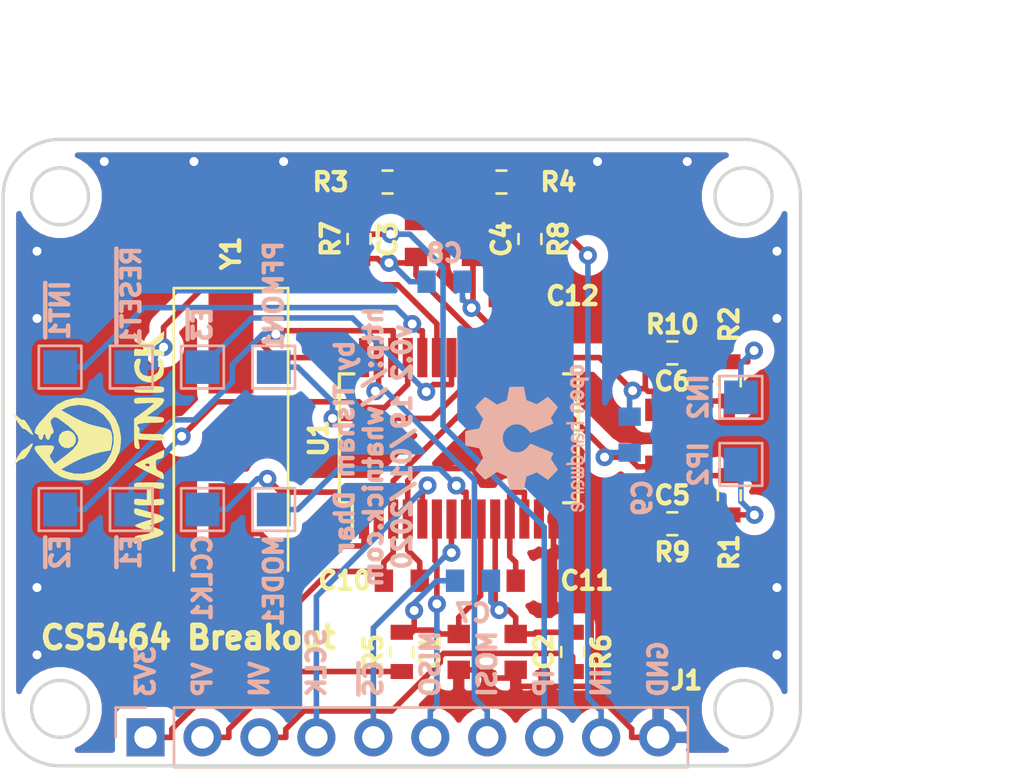
<source format=kicad_pcb>
(kicad_pcb (version 20171130) (host pcbnew "(5.1.5)-3")
  (layers (0 F.Cu signal) (31 B.Cu signal) (34 B.Paste user) (35 F.Paste user) (36 B.SilkS user) (37 F.SilkS user) (38 B.Mask user) (39 F.Mask user) (44 Edge.Cuts user))
  (net 0 "")
  (net 1 IIN2-)
  (net 2 IN2)
  (net 3 IP2)
  (net 4 IIN2+)
  (net 5 IN)
  (net 6 IP)
  (net 7 VIN-)
  (net 8 VN)
  (net 9 VP)
  (net 10 VIN+)
  (net 11 GND)
  (net 12 "Net-(U1-Pad1)")
  (net 13 "Net-(U1-Pad22)")
  (net 14 "Net-(U1-Pad24)")
  (net 15 "Net-(U1-Pad25)")
  (net 16 "Net-(U1-Pad26)")
  (net 17 "Net-(U1-Pad28)")
  (net 18 IIN1-)
  (net 19 IIN1+)
  (net 20 SCLK)
  (net 21 MISO)
  (net 22 ~CS)
  (net 23 VREF)
  (net 24 MOSI)
  (net 25 +3V3)
  (net 26 "Net-(PFMON1-Pad1)")
  (net 27 "Net-(U1-Pad23)")
  (net 28 "Net-(MODE1-Pad1)")
  (net 29 "Net-(CCLK1-Pad1)")
  (module TestPoint:TestPoint_Pad_1.5x1.5mm (layer B.Cu) (at 143.394 91.5169 90)
    (fp_text reference IN2 (at 0.016905 -1.8945 90) (layer B.SilkS) (effects (font (size 0.8 0.8) (thickness 0.2)) (justify mirror)))
    (fp_text value IN2)
    (pad 1 smd rect (at 0 0 90) (size 1.5 1.5) (layers B.Cu B.Mask) (net 2 IN2))
  )
  (module TestPoint:TestPoint_Pad_1.5x1.5mm (layer B.Cu) (at 143.394 94.5107 90)
    (fp_text reference IP2 (at 0.010715 -1.8945 90) (layer B.SilkS) (effects (font (size 0.8 0.8) (thickness 0.2)) (justify mirror)))
    (fp_text value IP2)
    (pad 1 smd rect (at 0 0 90) (size 1.5 1.5) (layers B.Cu B.Mask) (net 3 IP2))
  )
  (module TestPoint:TestPoint_Pad_1.5x1.5mm (layer B.Cu) (at 122.555 96.52)
    (fp_text reference MODE1 (at 0 3.175 90) (layer B.SilkS) (effects (font (size 0.8 0.8) (thickness 0.2)) (justify mirror)))
    (fp_text value MODE)
    (pad 1 smd rect (at 0 0) (size 1.5 1.5) (layers B.Cu B.Mask) (net 28 "Net-(MODE1-Pad1)"))
  )
  (module TestPoint:TestPoint_Pad_1.5x1.5mm (layer B.Cu) (at 119.38 96.52)
    (fp_text reference CCLK1 (at 0 3.048 90) (layer B.SilkS) (effects (font (size 0.8 0.8) (thickness 0.2)) (justify mirror)))
    (fp_text value CPUCLK)
    (pad 1 smd rect (at 0 0) (size 1.5 1.5) (layers B.Cu B.Mask) (net 29 "Net-(CCLK1-Pad1)"))
  )
  (module TestPoint:TestPoint_Pad_1.5x1.5mm (layer B.Cu) (at 116.205 96.52)
    (fp_text reference ~E1 (at 0 1.905 90) (layer B.SilkS) (effects (font (size 0.8 0.8) (thickness 0.2)) (justify mirror)))
    (fp_text value ~E1)
    (pad 1 smd rect (at 0 0) (size 1.5 1.5) (layers B.Cu B.Mask) (net 15 "Net-(U1-Pad25)"))
  )
  (module TestPoint:TestPoint_Pad_1.5x1.5mm (layer B.Cu) (at 113.03 96.52)
    (fp_text reference ~E2 (at 0 1.905 90) (layer B.SilkS) (effects (font (size 0.8 0.8) (thickness 0.2)) (justify mirror)))
    (fp_text value ~E2)
    (pad 1 smd rect (at 0 0) (size 1.5 1.5) (layers B.Cu B.Mask) (net 16 "Net-(U1-Pad26)"))
  )
  (module TestPoint:TestPoint_Pad_1.5x1.5mm (layer B.Cu) (at 119.38 90.17)
    (fp_text reference ~E3 (at 0 -1.905 90) (layer B.SilkS) (effects (font (size 0.8 0.8) (thickness 0.2)) (justify mirror)))
    (fp_text value ~E3)
    (pad 1 smd rect (at 0 0) (size 1.5 1.5) (layers B.Cu B.Mask) (net 13 "Net-(U1-Pad22)"))
  )
  (module TestPoint:TestPoint_Pad_1.5x1.5mm (layer B.Cu) (at 113.03 90.17)
    (fp_text reference ~INT1 (at 0 -2.54 90) (layer B.SilkS) (effects (font (size 0.8 0.8) (thickness 0.2)) (justify mirror)))
    (fp_text value ~INT)
    (pad 1 smd rect (at 0 0) (size 1.5 1.5) (layers B.Cu B.Mask) (net 14 "Net-(U1-Pad24)"))
  )
  (module TestPoint:TestPoint_Pad_1.5x1.5mm (layer B.Cu) (at 116.205 90.17)
    (fp_text reference ~RESET1 (at 0 -3.175 90) (layer B.SilkS) (effects (font (size 0.8 0.8) (thickness 0.2)) (justify mirror)))
    (fp_text value ~RESET)
    (pad 1 smd rect (at 0 0) (size 1.5 1.5) (layers B.Cu B.Mask) (net 27 "Net-(U1-Pad23)"))
  )
  (module TestPoint:TestPoint_Pad_1.5x1.5mm (layer B.Cu) (at 122.555 90.17)
    (fp_text reference PFMON1 (at 0 -3.175 90) (layer B.SilkS) (effects (font (size 0.8 0.8) (thickness 0.2)) (justify mirror)))
    (fp_text value PFMON)
    (pad 1 smd rect (at 0 0) (size 1.5 1.5) (layers B.Cu B.Mask) (net 26 "Net-(PFMON1-Pad1)"))
  )
  (module Symbol:OSHW-Logo2_7.3x6mm_SilkScreen (layer B.Cu) (at 133.858 93.345 270)
    (fp_text reference LOGO1 hide)
    (fp_text value Logo_Open_Hardware_Small hide)
  )
  (module Whatnick_logo:Whatnick_logo (layer F.Cu) (at 114.3 93.345 90)
    (fp_text reference G1 hide)
    (fp_text value LOGO hide)
  )
  (module Crystal:Crystal_SMD_HC49-SD (layer F.Cu) (at 120.65 93.345 270)
    (fp_text reference Y1 (at -8.255 0 270) (layer F.SilkS) (effects (font (size 0.8 0.8) (thickness 0.2))))
    (fp_text value 4.096MHz)
    (pad 1 smd rect (at -4.25 0 270) (size 4.5 2) (layers F.Cu F.Paste F.Mask) (net 17 "Net-(U1-Pad28)"))
    (pad 2 smd rect (at 4.25 0 270) (size 4.5 2) (layers F.Cu F.Paste F.Mask) (net 12 "Net-(U1-Pad1)"))
  )
  (module Capacitor_SMD:C_0603_1608Metric (layer F.Cu) (at 133.35 102.87 90)
    (fp_text reference C2 (at 0 1.27 90) (layer F.SilkS) (effects (font (size 0.8 0.8) (thickness 0.2))))
    (fp_text value 27nF)
    (pad 2 smd rect (at 0.8 0 90) (size 0.82 1) (layers F.Cu F.Paste F.Mask) (net 7 VIN-))
    (pad 1 smd rect (at -0.8 0 90) (size 0.82 1) (layers F.Cu F.Paste F.Mask) (net 11 GND))
  )
  (module Capacitor_SMD:C_0603_1608Metric (layer F.Cu) (at 128.905 84.455 90)
    (fp_text reference C3 (at 0 -1.27 90) (layer F.SilkS) (effects (font (size 0.8 0.8) (thickness 0.2))))
    (fp_text value 27nF)
    (pad 1 smd rect (at -0.8 0 90) (size 0.82 1) (layers F.Cu F.Paste F.Mask) (net 19 IIN1+))
    (pad 2 smd rect (at 0.8 0 90) (size 0.82 1) (layers F.Cu F.Paste F.Mask) (net 11 GND))
  )
  (module Capacitor_SMD:C_0603_1608Metric (layer F.Cu) (at 131.445 84.455 270)
    (fp_text reference C4 (at 0 -1.27 270) (layer F.SilkS) (effects (font (size 0.8 0.8) (thickness 0.2))))
    (fp_text value 27nF)
    (pad 2 smd rect (at 0.8 0 270) (size 0.82 1) (layers F.Cu F.Paste F.Mask) (net 18 IIN1-))
    (pad 1 smd rect (at -0.8 0 270) (size 0.82 1) (layers F.Cu F.Paste F.Mask) (net 11 GND))
  )
  (module Capacitor_SMD:C_0603_1608Metric (layer F.Cu) (at 140.335 94.615)
    (fp_text reference C5 (at 0 1.27) (layer F.SilkS) (effects (font (size 0.8 0.8) (thickness 0.2))))
    (fp_text value 27nF)
    (pad 1 smd rect (at -0.8 0) (size 0.82 1) (layers F.Cu F.Paste F.Mask) (net 4 IIN2+))
    (pad 2 smd rect (at 0.8 0) (size 0.82 1) (layers F.Cu F.Paste F.Mask) (net 11 GND))
  )
  (module Capacitor_SMD:C_0603_1608Metric (layer F.Cu) (at 140.335 92.075 180)
    (fp_text reference C6 (at 0 1.27 180) (layer F.SilkS) (effects (font (size 0.8 0.8) (thickness 0.2))))
    (fp_text value 27nF)
    (pad 2 smd rect (at 0.8 0 180) (size 0.82 1) (layers F.Cu F.Paste F.Mask) (net 1 IIN2-))
    (pad 1 smd rect (at -0.8 0 180) (size 0.82 1) (layers F.Cu F.Paste F.Mask) (net 11 GND))
  )
  (module Capacitor_SMD:C_0603_1608Metric (layer B.Cu) (at 131.445 99.695)
    (fp_text reference C7 (at 0 1.45) (layer B.SilkS) (effects (font (size 0.8 0.8) (thickness 0.2)) (justify mirror)))
    (fp_text value C_Small)
    (pad 1 smd rect (at -0.8 0) (size 0.82 1) (layers B.Cu B.Paste B.Mask) (net 10 VIN+))
    (pad 2 smd rect (at 0.8 0) (size 0.82 1) (layers B.Cu B.Paste B.Mask) (net 7 VIN-))
  )
  (module Capacitor_SMD:C_0603_1608Metric (layer B.Cu) (at 130.175 86.36)
    (fp_text reference C8 (at 0 -1.27) (layer B.SilkS) (effects (font (size 0.8 0.8) (thickness 0.2)) (justify mirror)))
    (fp_text value C_Small)
    (pad 2 smd rect (at 0.8 0) (size 0.82 1) (layers B.Cu B.Paste B.Mask) (net 18 IIN1-))
    (pad 1 smd rect (at -0.8 0) (size 0.82 1) (layers B.Cu B.Paste B.Mask) (net 19 IIN1+))
  )
  (module Capacitor_SMD:C_0603_1608Metric (layer B.Cu) (at 138.43 93.18 90)
    (fp_text reference C9 (at -2.82 0.57 90) (layer B.SilkS) (effects (font (size 0.8 0.8) (thickness 0.2)) (justify mirror)))
    (fp_text value C_Small)
    (pad 1 smd rect (at -0.8 0 90) (size 0.82 1) (layers B.Cu B.Paste B.Mask) (net 4 IIN2+))
    (pad 2 smd rect (at 0.8 0 90) (size 0.82 1) (layers B.Cu B.Paste B.Mask) (net 1 IIN2-))
  )
  (module Capacitor_SMD:C_0603_1608Metric (layer F.Cu) (at 128.27 99.695)
    (fp_text reference C10 (at -2.54 0) (layer F.SilkS) (effects (font (size 0.8 0.8) (thickness 0.2))))
    (fp_text value 100nF)
    (pad 2 smd rect (at 0.8 0) (size 0.82 1) (layers F.Cu F.Paste F.Mask) (net 11 GND))
    (pad 1 smd rect (at -0.8 0) (size 0.82 1) (layers F.Cu F.Paste F.Mask) (net 25 +3V3))
  )
  (module Capacitor_SMD:C_0603_1608Metric (layer F.Cu) (at 134.15 99.695 180)
    (fp_text reference C11 (at -2.375 0 180) (layer F.SilkS) (effects (font (size 0.8 0.8) (thickness 0.2))))
    (fp_text value 100nF)
    (pad 1 smd rect (at -0.8 0 180) (size 0.82 1) (layers F.Cu F.Paste F.Mask) (net 11 GND))
    (pad 2 smd rect (at 0.8 0 180) (size 0.82 1) (layers F.Cu F.Paste F.Mask) (net 23 VREF))
  )
  (module Capacitor_SMD:C_0603_1608Metric (layer F.Cu) (at 133.35 86.995)
    (fp_text reference C12 (at 2.54 0) (layer F.SilkS) (effects (font (size 0.8 0.8) (thickness 0.2))))
    (fp_text value 100nF)
    (pad 2 smd rect (at 0.8 0) (size 0.82 1) (layers F.Cu F.Paste F.Mask) (net 11 GND))
    (pad 1 smd rect (at -0.8 0) (size 0.82 1) (layers F.Cu F.Paste F.Mask) (net 25 +3V3))
  )
  (module Capacitor_SMD:C_0603_1608Metric (layer F.Cu) (at 130.81 102.87 270)
    (fp_text reference C1 (at 0 1.27 270) (layer F.SilkS) (effects (font (size 0.8 0.8) (thickness 0.2))))
    (fp_text value 27nF)
    (pad 1 smd rect (at -0.8 0 270) (size 0.82 1) (layers F.Cu F.Paste F.Mask) (net 10 VIN+))
    (pad 2 smd rect (at 0.8 0 270) (size 0.82 1) (layers F.Cu F.Paste F.Mask) (net 11 GND))
  )
  (module Connector_PinHeader_2.54mm:PinHeader_1x10_P2.54mm_Vertical (layer B.Cu) (at 116.84 106.68 270)
    (fp_text reference J1 (at -2.54 -24.13) (layer F.SilkS) (effects (font (size 0.8 0.8) (thickness 0.2))))
    (fp_text value Conn_01x10)
    (pad 1 thru_hole rect (at 0 0 270) (size 1.7 1.7) (drill 1) (layers *.Cu *.Mask) (net 25 +3V3))
    (pad 2 thru_hole oval (at 0 -2.54 270) (size 1.7 1.7) (drill 1) (layers *.Cu *.Mask) (net 9 VP))
    (pad 3 thru_hole oval (at 0 -5.08 270) (size 1.7 1.7) (drill 1) (layers *.Cu *.Mask) (net 8 VN))
    (pad 4 thru_hole oval (at 0 -7.62 270) (size 1.7 1.7) (drill 1) (layers *.Cu *.Mask) (net 20 SCLK))
    (pad 5 thru_hole oval (at 0 -10.16 270) (size 1.7 1.7) (drill 1) (layers *.Cu *.Mask) (net 22 ~CS))
    (pad 6 thru_hole oval (at 0 -12.7 270) (size 1.7 1.7) (drill 1) (layers *.Cu *.Mask) (net 21 MISO))
    (pad 7 thru_hole oval (at 0 -15.24 270) (size 1.7 1.7) (drill 1) (layers *.Cu *.Mask) (net 24 MOSI))
    (pad 8 thru_hole oval (at 0 -17.78 270) (size 1.7 1.7) (drill 1) (layers *.Cu *.Mask) (net 6 IP))
    (pad 9 thru_hole oval (at 0 -20.32 270) (size 1.7 1.7) (drill 1) (layers *.Cu *.Mask) (net 5 IN))
    (pad 10 thru_hole oval (at 0 -22.86 270) (size 1.7 1.7) (drill 1) (layers *.Cu *.Mask) (net 11 GND))
  )
  (module Package_SO:SSOP-28_5.3x10.2mm_P0.65mm (layer F.Cu) (at 130.81 93.345 90)
    (fp_text reference U1 (at 0 -6.25 90) (layer F.SilkS) (effects (font (size 0.8 0.8) (thickness 0.2))))
    (fp_text value CS5464-ISZ)
    (pad 1 smd rect (at -3.6 -4.225 90) (size 1.75 0.45) (layers F.Cu F.Paste F.Mask) (net 12 "Net-(U1-Pad1)"))
    (pad 2 smd rect (at -3.6 -3.575 90) (size 1.75 0.45) (layers F.Cu F.Paste F.Mask) (net 29 "Net-(CCLK1-Pad1)"))
    (pad 3 smd rect (at -3.6 -2.925 90) (size 1.75 0.45) (layers F.Cu F.Paste F.Mask) (net 25 +3V3))
    (pad 4 smd rect (at -3.6 -2.275 90) (size 1.75 0.45) (layers F.Cu F.Paste F.Mask) (net 11 GND))
    (pad 5 smd rect (at -3.6 -1.625 90) (size 1.75 0.45) (layers F.Cu F.Paste F.Mask) (net 20 SCLK))
    (pad 6 smd rect (at -3.6 -0.975 90) (size 1.75 0.45) (layers F.Cu F.Paste F.Mask) (net 21 MISO))
    (pad 7 smd rect (at -3.6 -0.325 90) (size 1.75 0.45) (layers F.Cu F.Paste F.Mask) (net 22 ~CS))
    (pad 8 smd rect (at -3.6 0.325 90) (size 1.75 0.45) (layers F.Cu F.Paste F.Mask) (net 28 "Net-(MODE1-Pad1)"))
    (pad 9 smd rect (at -3.6 0.975 90) (size 1.75 0.45) (layers F.Cu F.Paste F.Mask) (net 10 VIN+))
    (pad 10 smd rect (at -3.6 1.625 90) (size 1.75 0.45) (layers F.Cu F.Paste F.Mask) (net 7 VIN-))
    (pad 11 smd rect (at -3.6 2.275 90) (size 1.75 0.45) (layers F.Cu F.Paste F.Mask) (net 23 VREF))
    (pad 12 smd rect (at -3.6 2.925 90) (size 1.75 0.45) (layers F.Cu F.Paste F.Mask) (net 23 VREF))
    (pad 13 smd rect (at -3.6 3.575 90) (size 1.75 0.45) (layers F.Cu F.Paste F.Mask) (net 11 GND))
    (pad 14 smd rect (at -3.6 4.225 90) (size 1.75 0.45) (layers F.Cu F.Paste F.Mask) (net 11 GND))
    (pad 15 smd rect (at 3.6 4.225 90) (size 1.75 0.45) (layers F.Cu F.Paste F.Mask) (net 1 IIN2-))
    (pad 16 smd rect (at 3.6 3.575 90) (size 1.75 0.45) (layers F.Cu F.Paste F.Mask) (net 4 IIN2+))
    (pad 17 smd rect (at 3.6 2.925 90) (size 1.75 0.45) (layers F.Cu F.Paste F.Mask) (net 11 GND))
    (pad 18 smd rect (at 3.6 2.275 90) (size 1.75 0.45) (layers F.Cu F.Paste F.Mask) (net 25 +3V3))
    (pad 19 smd rect (at 3.6 1.625 90) (size 1.75 0.45) (layers F.Cu F.Paste F.Mask) (net 18 IIN1-))
    (pad 20 smd rect (at 3.6 0.975 90) (size 1.75 0.45) (layers F.Cu F.Paste F.Mask) (net 19 IIN1+))
    (pad 21 smd rect (at 3.6 0.325 90) (size 1.75 0.45) (layers F.Cu F.Paste F.Mask) (net 26 "Net-(PFMON1-Pad1)"))
    (pad 22 smd rect (at 3.6 -0.325 90) (size 1.75 0.45) (layers F.Cu F.Paste F.Mask) (net 13 "Net-(U1-Pad22)"))
    (pad 23 smd rect (at 3.6 -0.975 90) (size 1.75 0.45) (layers F.Cu F.Paste F.Mask) (net 27 "Net-(U1-Pad23)"))
    (pad 24 smd rect (at 3.6 -1.625 90) (size 1.75 0.45) (layers F.Cu F.Paste F.Mask) (net 14 "Net-(U1-Pad24)"))
    (pad 25 smd rect (at 3.6 -2.275 90) (size 1.75 0.45) (layers F.Cu F.Paste F.Mask) (net 15 "Net-(U1-Pad25)"))
    (pad 26 smd rect (at 3.6 -2.925 90) (size 1.75 0.45) (layers F.Cu F.Paste F.Mask) (net 16 "Net-(U1-Pad26)"))
    (pad 27 smd rect (at 3.6 -3.575 90) (size 1.75 0.45) (layers F.Cu F.Paste F.Mask) (net 24 MOSI))
    (pad 28 smd rect (at 3.6 -4.225 90) (size 1.75 0.45) (layers F.Cu F.Paste F.Mask) (net 17 "Net-(U1-Pad28)"))
  )
  (module Resistor_SMD:R_0603_1608Metric (layer F.Cu) (at 142.875 95.885 270)
    (fp_text reference R1 (at 2.54 0 270) (layer F.SilkS) (effects (font (size 0.8 0.8) (thickness 0.2))))
    (fp_text value 2.4R)
    (pad 2 smd rect (at 0.875 0 270) (size 0.67 1) (layers F.Cu F.Paste F.Mask) (net 3 IP2))
    (pad 1 smd rect (at -0.875 0 270) (size 0.67 1) (layers F.Cu F.Paste F.Mask) (net 11 GND))
  )
  (module Resistor_SMD:R_0603_1608Metric (layer F.Cu) (at 142.875 90.805 270)
    (fp_text reference R2 (at -2.54 0 270) (layer F.SilkS) (effects (font (size 0.8 0.8) (thickness 0.2))))
    (fp_text value 2.4R)
    (pad 1 smd rect (at -0.875 0 270) (size 0.67 1) (layers F.Cu F.Paste F.Mask) (net 2 IN2))
    (pad 2 smd rect (at 0.875 0 270) (size 0.67 1) (layers F.Cu F.Paste F.Mask) (net 11 GND))
  )
  (module Resistor_SMD:R_0603_1608Metric (layer F.Cu) (at 127.635 81.915 180)
    (fp_text reference R3 (at 2.54 0 180) (layer F.SilkS) (effects (font (size 0.8 0.8) (thickness 0.2))))
    (fp_text value 2.4R)
    (pad 2 smd rect (at 0.875 0 180) (size 0.67 1) (layers F.Cu F.Paste F.Mask) (net 6 IP))
    (pad 1 smd rect (at -0.875 0 180) (size 0.67 1) (layers F.Cu F.Paste F.Mask) (net 11 GND))
  )
  (module Resistor_SMD:R_0603_1608Metric (layer F.Cu) (at 132.715 81.915 180)
    (fp_text reference R4 (at -2.54 0 180) (layer F.SilkS) (effects (font (size 0.8 0.8) (thickness 0.2))))
    (fp_text value 2.4R)
    (pad 1 smd rect (at -0.875 0 180) (size 0.67 1) (layers F.Cu F.Paste F.Mask) (net 5 IN))
    (pad 2 smd rect (at 0.875 0 180) (size 0.67 1) (layers F.Cu F.Paste F.Mask) (net 11 GND))
  )
  (module Resistor_SMD:R_0603_1608Metric (layer F.Cu) (at 128.27 102.87 270)
    (fp_text reference R5 (at 0 1.27 270) (layer F.SilkS) (effects (font (size 0.8 0.8) (thickness 0.2))))
    (fp_text value 1K)
    (pad 2 smd rect (at 0.875 0 270) (size 0.67 1) (layers F.Cu F.Paste F.Mask) (net 9 VP))
    (pad 1 smd rect (at -0.875 0 270) (size 0.67 1) (layers F.Cu F.Paste F.Mask) (net 10 VIN+))
  )
  (module Resistor_SMD:R_0603_1608Metric (layer F.Cu) (at 135.89 102.87 270)
    (fp_text reference R6 (at 0 -1.27 270) (layer F.SilkS) (effects (font (size 0.8 0.8) (thickness 0.2))))
    (fp_text value 1K)
    (pad 1 smd rect (at -0.875 0 270) (size 0.67 1) (layers F.Cu F.Paste F.Mask) (net 7 VIN-))
    (pad 2 smd rect (at 0.875 0 270) (size 0.67 1) (layers F.Cu F.Paste F.Mask) (net 8 VN))
  )
  (module Resistor_SMD:R_0603_1608Metric (layer F.Cu) (at 126.365 84.455 90)
    (fp_text reference R7 (at 0 -1.27 90) (layer F.SilkS) (effects (font (size 0.8 0.8) (thickness 0.2))))
    (fp_text value 1K)
    (pad 2 smd rect (at 0.875 0 90) (size 0.67 1) (layers F.Cu F.Paste F.Mask) (net 6 IP))
    (pad 1 smd rect (at -0.875 0 90) (size 0.67 1) (layers F.Cu F.Paste F.Mask) (net 19 IIN1+))
  )
  (module Resistor_SMD:R_0603_1608Metric (layer F.Cu) (at 133.985 84.455 90)
    (fp_text reference R8 (at 0 1.27 90) (layer F.SilkS) (effects (font (size 0.8 0.8) (thickness 0.2))))
    (fp_text value 1K)
    (pad 1 smd rect (at -0.875 0 90) (size 0.67 1) (layers F.Cu F.Paste F.Mask) (net 18 IIN1-))
    (pad 2 smd rect (at 0.875 0 90) (size 0.67 1) (layers F.Cu F.Paste F.Mask) (net 5 IN))
  )
  (module Resistor_SMD:R_0603_1608Metric (layer F.Cu) (at 140.335 97.155)
    (fp_text reference R9 (at 0 1.27) (layer F.SilkS) (effects (font (size 0.8 0.8) (thickness 0.2))))
    (fp_text value 1K)
    (pad 2 smd rect (at 0.875 0) (size 0.67 1) (layers F.Cu F.Paste F.Mask) (net 3 IP2))
    (pad 1 smd rect (at -0.875 0) (size 0.67 1) (layers F.Cu F.Paste F.Mask) (net 4 IIN2+))
  )
  (module Resistor_SMD:R_0603_1608Metric (layer F.Cu) (at 140.335 89.535)
    (fp_text reference R10 (at 0 -1.27) (layer F.SilkS) (effects (font (size 0.8 0.8) (thickness 0.2))))
    (fp_text value 1K)
    (pad 1 smd rect (at -0.875 0) (size 0.67 1) (layers F.Cu F.Paste F.Mask) (net 1 IIN2-))
    (pad 2 smd rect (at 0.875 0) (size 0.67 1) (layers F.Cu F.Paste F.Mask) (net 2 IN2))
  )
  (gr_text GND (at 139.7 103.632 90) (layer B.SilkS) (effects (font (size 0.8 0.8) (thickness 0.2)) (justify mirror)))
  (gr_text IN (at 137.16 104.241523 90) (layer B.SilkS) (effects (font (size 0.8 0.8) (thickness 0.2)) (justify mirror)))
  (gr_text IP (at 134.62 104.260571 90) (layer B.SilkS) (effects (font (size 0.8 0.8) (thickness 0.2)) (justify mirror)))
  (gr_text MOSI (at 132.08 103.403428 90) (layer B.SilkS) (effects (font (size 0.8 0.8) (thickness 0.2)) (justify mirror)))
  (gr_text MISO (at 129.54 103.403428 90) (layer B.SilkS) (effects (font (size 0.8 0.8) (thickness 0.2)) (justify mirror)))
  (gr_text ~CS (at 127 104.070095 90) (layer B.SilkS) (effects (font (size 0.8 0.8) (thickness 0.2)) (justify mirror)))
  (gr_text SCLK (at 124.46 103.346285 90) (layer B.SilkS) (effects (font (size 0.8 0.8) (thickness 0.2)) (justify mirror)))
  (gr_text VN (at 121.92 104.089142 90) (layer B.SilkS) (effects (font (size 0.8 0.8) (thickness 0.2)) (justify mirror)))
  (gr_text VP (at 119.38 104.10819 90) (layer B.SilkS) (effects (font (size 0.8 0.8) (thickness 0.2)) (justify mirror)))
  (gr_text "3V3\n" (at 116.84 103.746285 90) (layer B.SilkS) (effects (font (size 0.8 0.8) (thickness 0.2)) (justify mirror)))
  (gr_text "by Tisham Dhar\nhttp://whatnick.com\nv0.2 19/01/2020" (at 127 93.726 90) (layer B.SilkS) (effects (font (size 0.8 0.8) (thickness 0.2)) (justify mirror)))
  (gr_text "CS5464 Breakout" (at 118.745 102.235) (layer F.SilkS) (effects (font (size 1 1) (thickness 0.25))))
  (gr_circle (center 113.03 82.55) (end 114.3 82.55) (layer Edge.Cuts) (width 0.15))
  (gr_circle (center 143.51 82.55) (end 143.51 81.28) (layer Edge.Cuts) (width 0.15))
  (gr_circle (center 143.51 105.41) (end 144.78 105.41) (layer Edge.Cuts) (width 0.15))
  (gr_circle (center 113.03 105.41) (end 114.3 105.41) (layer Edge.Cuts) (width 0.15))
  (gr_arc (start 143.51 82.55) (end 146.05 82.55) (angle -90) (layer Edge.Cuts) (width 0.15))
  (gr_arc (start 113.03 82.55) (end 113.03 80.01) (angle -90) (layer Edge.Cuts) (width 0.15))
  (gr_arc (start 113.03 105.41) (end 110.49 105.41) (angle -90) (layer Edge.Cuts) (width 0.15))
  (gr_arc (start 143.51 105.41) (end 143.51 107.95) (angle -90) (layer Edge.Cuts) (width 0.15))
  (gr_line (start 110.49 82.55) (end 110.49 105.41) (layer Edge.Cuts) (width 0.15))
  (gr_line (start 143.51 80.01) (end 113.03 80.01) (layer Edge.Cuts) (width 0.15))
  (gr_line (start 146.05 105.41) (end 146.05 82.55) (layer Edge.Cuts) (width 0.15))
  (gr_line (start 113.03 107.95) (end 143.51 107.95) (layer Edge.Cuts) (width 0.15))
  (via (at 138.5669 91.2162) (size 0.8) (layers F.Cu B.Cu) (net 1))
  (segment (start 139.46 89.535) (end 139.1299 89.535) (width 0.25) (layer F.Cu) (net 1))
  (segment (start 139.535 92.075) (end 139.535 91.2497) (width 0.25) (layer F.Cu) (net 1))
  (segment (start 138.43 91.3531) (end 138.43 92.38) (width 0.25) (layer B.Cu) (net 1))
  (segment (start 138.5669 91.2162) (end 138.43 91.3531) (width 0.25) (layer B.Cu) (net 1))
  (segment (start 139.1299 91.1286) (end 139.1299 89.535) (width 0.25) (layer F.Cu) (net 1))
  (segment (start 139.251 91.2497) (end 139.1299 91.1286) (width 0.25) (layer F.Cu) (net 1))
  (segment (start 139.535 91.2497) (end 139.251 91.2497) (width 0.25) (layer F.Cu) (net 1))
  (segment (start 138.6545 91.1286) (end 138.5669 91.2162) (width 0.25) (layer F.Cu) (net 1))
  (segment (start 139.1299 91.1286) (end 138.6545 91.1286) (width 0.25) (layer F.Cu) (net 1))
  (segment (start 137.0957 89.745) (end 135.035 89.745) (width 0.25) (layer F.Cu) (net 1))
  (segment (start 138.5669 91.2162) (end 137.0957 89.745) (width 0.25) (layer F.Cu) (net 1))
  (via (at 143.9794 89.4318) (size 0.8) (layers F.Cu B.Cu) (net 2))
  (segment (start 143.394 90.0172) (end 143.394 91.5169) (width 0.25) (layer B.Cu) (net 2))
  (segment (start 143.9794 89.4318) (end 143.394 90.0172) (width 0.25) (layer B.Cu) (net 2))
  (segment (start 143.7003 89.7109) (end 143.9794 89.4318) (width 0.25) (layer F.Cu) (net 2))
  (segment (start 143.7003 89.93) (end 143.7003 89.7109) (width 0.25) (layer F.Cu) (net 2))
  (segment (start 142.875 89.93) (end 143.7003 89.93) (width 0.25) (layer F.Cu) (net 2))
  (segment (start 141.8703 89.7506) (end 142.0497 89.93) (width 0.25) (layer F.Cu) (net 2))
  (segment (start 141.8703 89.535) (end 141.8703 89.7506) (width 0.25) (layer F.Cu) (net 2))
  (segment (start 142.875 89.93) (end 142.0497 89.93) (width 0.25) (layer F.Cu) (net 2))
  (segment (start 141.21 89.535) (end 141.8703 89.535) (width 0.25) (layer F.Cu) (net 2))
  (via (at 143.9969 96.76) (size 0.8) (layers F.Cu B.Cu) (net 3))
  (segment (start 143.394 96.1571) (end 143.9969 96.76) (width 0.25) (layer B.Cu) (net 3))
  (segment (start 143.394 94.5107) (end 143.394 96.1571) (width 0.25) (layer B.Cu) (net 3))
  (segment (start 142.875 96.76) (end 143.9969 96.76) (width 0.25) (layer F.Cu) (net 3))
  (segment (start 141.8703 96.9394) (end 142.0497 96.76) (width 0.25) (layer F.Cu) (net 3))
  (segment (start 141.8703 97.155) (end 141.8703 96.9394) (width 0.25) (layer F.Cu) (net 3))
  (segment (start 142.875 96.76) (end 142.0497 96.76) (width 0.25) (layer F.Cu) (net 3))
  (segment (start 141.21 97.155) (end 141.8703 97.155) (width 0.25) (layer F.Cu) (net 3))
  (via (at 137.3123 94.185) (size 0.8) (layers F.Cu B.Cu) (net 4))
  (segment (start 134.385 89.745) (end 134.385 90.9453) (width 0.25) (layer F.Cu) (net 4))
  (segment (start 137.3997 94.185) (end 137.6047 93.98) (width 0.25) (layer B.Cu) (net 4))
  (segment (start 137.3123 94.185) (end 137.3997 94.185) (width 0.25) (layer B.Cu) (net 4))
  (segment (start 138.43 93.98) (end 137.6047 93.98) (width 0.25) (layer B.Cu) (net 4))
  (segment (start 139.46 95.5153) (end 139.535 95.4403) (width 0.25) (layer F.Cu) (net 4))
  (segment (start 139.46 97.155) (end 139.46 95.5153) (width 0.25) (layer F.Cu) (net 4))
  (segment (start 139.535 94.615) (end 139.535 95.4403) (width 0.25) (layer F.Cu) (net 4))
  (segment (start 137.3123 93.8726) (end 137.3123 94.185) (width 0.25) (layer F.Cu) (net 4))
  (segment (start 134.385 90.9453) (end 137.3123 93.8726) (width 0.25) (layer F.Cu) (net 4))
  (segment (start 139.535 94.615) (end 138.7997 94.615) (width 0.25) (layer F.Cu) (net 4))
  (segment (start 138.3697 94.185) (end 138.7997 94.615) (width 0.25) (layer F.Cu) (net 4))
  (segment (start 137.3123 94.185) (end 138.3697 94.185) (width 0.25) (layer F.Cu) (net 4))
  (via (at 136.5696 85.1862) (size 0.8) (layers F.Cu B.Cu) (net 5))
  (segment (start 136.5696 104.9143) (end 137.16 105.5047) (width 0.25) (layer B.Cu) (net 5))
  (segment (start 136.5696 85.1862) (end 136.5696 104.9143) (width 0.25) (layer B.Cu) (net 5))
  (segment (start 137.16 106.68) (end 137.16 105.5047) (width 0.25) (layer B.Cu) (net 5))
  (segment (start 134.9634 83.58) (end 136.5696 85.1862) (width 0.25) (layer F.Cu) (net 5))
  (segment (start 133.985 83.58) (end 134.9634 83.58) (width 0.25) (layer F.Cu) (net 5))
  (segment (start 133.7694 82.9197) (end 133.985 82.9197) (width 0.25) (layer F.Cu) (net 5))
  (segment (start 133.59 82.7403) (end 133.7694 82.9197) (width 0.25) (layer F.Cu) (net 5))
  (segment (start 133.59 81.915) (end 133.59 82.7403) (width 0.25) (layer F.Cu) (net 5))
  (segment (start 133.985 83.58) (end 133.985 82.9197) (width 0.25) (layer F.Cu) (net 5))
  (via (at 127.7679 84.2403) (size 0.8) (layers F.Cu B.Cu) (net 6))
  (segment (start 126.5444 82.7403) (end 126.76 82.7403) (width 0.25) (layer F.Cu) (net 6))
  (segment (start 126.365 82.9197) (end 126.5444 82.7403) (width 0.25) (layer F.Cu) (net 6))
  (segment (start 126.76 81.915) (end 126.76 82.7403) (width 0.25) (layer F.Cu) (net 6))
  (segment (start 126.365 83.2498) (end 126.365 82.9197) (width 0.25) (layer F.Cu) (net 6))
  (segment (start 126.365 83.2498) (end 126.365 83.58) (width 0.25) (layer F.Cu) (net 6))
  (segment (start 126.365 83.58) (end 126.365 84.2403) (width 0.25) (layer F.Cu) (net 6))
  (segment (start 128.6254 84.2403) (end 127.7679 84.2403) (width 0.25) (layer B.Cu) (net 6))
  (segment (start 130.1104 85.7253) (end 128.6254 84.2403) (width 0.25) (layer B.Cu) (net 6))
  (segment (start 130.1104 92.7893) (end 130.1104 85.7253) (width 0.25) (layer B.Cu) (net 6))
  (segment (start 134.62 97.2989) (end 130.1104 92.7893) (width 0.25) (layer B.Cu) (net 6))
  (segment (start 134.62 106.68) (end 134.62 97.2989) (width 0.25) (layer B.Cu) (net 6))
  (segment (start 126.365 84.2403) (end 127.7679 84.2403) (width 0.25) (layer F.Cu) (net 6))
  (via (at 132.6148 101.0074) (size 0.8) (layers F.Cu B.Cu) (net 7))
  (segment (start 134.2503 101.995) (end 134.1753 102.07) (width 0.25) (layer F.Cu) (net 7))
  (segment (start 135.89 101.995) (end 134.2503 101.995) (width 0.25) (layer F.Cu) (net 7))
  (segment (start 133.35 102.07) (end 134.1753 102.07) (width 0.25) (layer F.Cu) (net 7))
  (segment (start 133.35 102.07) (end 133.35 101.3347) (width 0.25) (layer F.Cu) (net 7))
  (segment (start 133.0228 101.0074) (end 132.6148 101.0074) (width 0.25) (layer F.Cu) (net 7))
  (segment (start 133.0228 101.0075) (end 133.0228 101.0074) (width 0.25) (layer F.Cu) (net 7))
  (segment (start 133.35 101.3347) (end 133.0228 101.0075) (width 0.25) (layer F.Cu) (net 7))
  (segment (start 132.435 100.8276) (end 132.435 96.945) (width 0.25) (layer F.Cu) (net 7))
  (segment (start 132.6148 101.0074) (end 132.435 100.8276) (width 0.25) (layer F.Cu) (net 7))
  (segment (start 132.245 100.6376) (end 132.6148 101.0074) (width 0.25) (layer B.Cu) (net 7))
  (segment (start 132.245 99.695) (end 132.245 100.6376) (width 0.25) (layer B.Cu) (net 7))
  (segment (start 123.0953 106.3126) (end 123.0953 106.68) (width 0.25) (layer F.Cu) (net 8))
  (segment (start 123.9032 105.5047) (end 123.0953 106.3126) (width 0.25) (layer F.Cu) (net 8))
  (segment (start 127.8169 105.5047) (end 123.9032 105.5047) (width 0.25) (layer F.Cu) (net 8))
  (segment (start 129.9846 103.337) (end 127.8169 105.5047) (width 0.25) (layer F.Cu) (net 8))
  (segment (start 129.9846 103.0903) (end 129.9846 103.337) (width 0.25) (layer F.Cu) (net 8))
  (segment (start 130.1403 102.9346) (end 129.9846 103.0903) (width 0.25) (layer F.Cu) (net 8))
  (segment (start 135.7399 102.9346) (end 130.1403 102.9346) (width 0.25) (layer F.Cu) (net 8))
  (segment (start 135.89 103.0847) (end 135.7399 102.9346) (width 0.25) (layer F.Cu) (net 8))
  (segment (start 135.89 103.745) (end 135.89 103.0847) (width 0.25) (layer F.Cu) (net 8))
  (segment (start 121.92 106.68) (end 123.0953 106.68) (width 0.25) (layer F.Cu) (net 8))
  (segment (start 120.5553 106.3127) (end 120.5553 106.68) (width 0.25) (layer F.Cu) (net 9))
  (segment (start 123.123 103.745) (end 120.5553 106.3127) (width 0.25) (layer F.Cu) (net 9))
  (segment (start 128.27 103.745) (end 123.123 103.745) (width 0.25) (layer F.Cu) (net 9))
  (segment (start 119.38 106.68) (end 120.5553 106.68) (width 0.25) (layer F.Cu) (net 9))
  (via (at 128.8223 101.024) (size 0.8) (layers F.Cu B.Cu) (net 10))
  (segment (start 128.8223 100.6981) (end 128.8223 101.024) (width 0.25) (layer B.Cu) (net 10))
  (segment (start 129.8254 99.695) (end 128.8223 100.6981) (width 0.25) (layer B.Cu) (net 10))
  (segment (start 130.645 99.695) (end 129.8254 99.695) (width 0.25) (layer B.Cu) (net 10))
  (segment (start 128.7252 101.995) (end 128.8223 101.8979) (width 0.25) (layer F.Cu) (net 10))
  (segment (start 128.27 101.995) (end 128.7252 101.995) (width 0.25) (layer F.Cu) (net 10))
  (segment (start 128.8223 101.8979) (end 128.8223 101.024) (width 0.25) (layer F.Cu) (net 10))
  (segment (start 129.8126 101.8979) (end 129.9847 102.07) (width 0.25) (layer F.Cu) (net 10))
  (segment (start 128.8223 101.8979) (end 129.8126 101.8979) (width 0.25) (layer F.Cu) (net 10))
  (segment (start 130.81 102.07) (end 129.9847 102.07) (width 0.25) (layer F.Cu) (net 10))
  (segment (start 131.785 100.3597) (end 130.81 101.3347) (width 0.25) (layer F.Cu) (net 10))
  (segment (start 131.785 96.945) (end 131.785 100.3597) (width 0.25) (layer F.Cu) (net 10))
  (segment (start 130.81 102.07) (end 130.81 101.3347) (width 0.25) (layer F.Cu) (net 10))
  (via (at 112 88) (size 0.8) (drill 0.4) (layers F.Cu B.Cu) (net 11))
  (via (at 112 85) (size 0.8) (drill 0.4) (layers F.Cu B.Cu) (net 11))
  (via (at 112 100) (size 0.8) (drill 0.4) (layers F.Cu B.Cu) (net 11))
  (via (at 112 103) (size 0.8) (drill 0.4) (layers F.Cu B.Cu) (net 11))
  (via (at 141 81) (size 0.8) (drill 0.4) (layers F.Cu B.Cu) (net 11))
  (via (at 137 81) (size 0.8) (drill 0.4) (layers F.Cu B.Cu) (net 11))
  (via (at 123 81) (size 0.8) (drill 0.4) (layers F.Cu B.Cu) (net 11))
  (via (at 119 81) (size 0.8) (drill 0.4) (layers F.Cu B.Cu) (net 11))
  (via (at 115 81) (size 0.8) (drill 0.4) (layers F.Cu B.Cu) (net 11))
  (via (at 145 103) (size 0.8) (drill 0.4) (layers F.Cu B.Cu) (net 11))
  (via (at 145 100) (size 0.8) (drill 0.4) (layers F.Cu B.Cu) (net 11))
  (via (at 145 88) (size 0.8) (drill 0.4) (layers F.Cu B.Cu) (net 11))
  (via (at 145 85) (size 0.8) (drill 0.4) (layers F.Cu B.Cu) (net 11))
  (segment (start 129.07 99.695) (end 129.07 98.8697) (width 0.25) (layer F.Cu) (net 11))
  (segment (start 128.535 98.3347) (end 128.535 96.945) (width 0.25) (layer F.Cu) (net 11))
  (segment (start 129.07 98.8697) (end 128.535 98.3347) (width 0.25) (layer F.Cu) (net 11))
  (segment (start 128.535 96.945) (end 128.535 95.7447) (width 0.25) (layer F.Cu) (net 11))
  (segment (start 131.445 83.655) (end 131.0324 83.655) (width 0.25) (layer F.Cu) (net 11))
  (segment (start 134.15 86.995) (end 134.15 86.1697) (width 0.25) (layer F.Cu) (net 11))
  (segment (start 133.735 88.2353) (end 134.15 87.8203) (width 0.25) (layer F.Cu) (net 11))
  (segment (start 133.735 89.745) (end 133.735 88.2353) (width 0.25) (layer F.Cu) (net 11))
  (segment (start 134.15 86.995) (end 134.15 87.8203) (width 0.25) (layer F.Cu) (net 11))
  (segment (start 142.0497 91.8956) (end 141.8703 92.075) (width 0.25) (layer F.Cu) (net 11))
  (segment (start 142.0497 91.68) (end 142.0497 91.8956) (width 0.25) (layer F.Cu) (net 11))
  (segment (start 142.875 91.68) (end 142.0497 91.68) (width 0.25) (layer F.Cu) (net 11))
  (segment (start 141.5027 94.615) (end 141.5027 92.075) (width 0.25) (layer F.Cu) (net 11))
  (segment (start 141.135 92.075) (end 141.5027 92.075) (width 0.25) (layer F.Cu) (net 11))
  (segment (start 141.5027 92.075) (end 141.8703 92.075) (width 0.25) (layer F.Cu) (net 11))
  (segment (start 131.6606 82.9197) (end 131.445 82.9197) (width 0.25) (layer F.Cu) (net 11))
  (segment (start 131.84 82.7403) (end 131.6606 82.9197) (width 0.25) (layer F.Cu) (net 11))
  (segment (start 131.84 81.915) (end 131.84 82.7403) (width 0.25) (layer F.Cu) (net 11))
  (segment (start 131.445 83.655) (end 131.445 82.9197) (width 0.25) (layer F.Cu) (net 11))
  (segment (start 131.0324 83.655) (end 128.905 83.655) (width 0.25) (layer F.Cu) (net 11))
  (segment (start 134.4803 86.1697) (end 134.15 86.1697) (width 0.25) (layer F.Cu) (net 11))
  (segment (start 134.8104 85.8396) (end 134.4803 86.1697) (width 0.25) (layer F.Cu) (net 11))
  (segment (start 134.8104 84.8527) (end 134.8104 85.8396) (width 0.25) (layer F.Cu) (net 11))
  (segment (start 134.2631 84.3054) (end 134.8104 84.8527) (width 0.25) (layer F.Cu) (net 11))
  (segment (start 131.6828 84.3054) (end 134.2631 84.3054) (width 0.25) (layer F.Cu) (net 11))
  (segment (start 131.0324 83.655) (end 131.6828 84.3054) (width 0.25) (layer F.Cu) (net 11))
  (segment (start 128.6894 82.9197) (end 128.905 82.9197) (width 0.25) (layer F.Cu) (net 11))
  (segment (start 128.51 82.7403) (end 128.6894 82.9197) (width 0.25) (layer F.Cu) (net 11))
  (segment (start 128.51 81.915) (end 128.51 82.7403) (width 0.25) (layer F.Cu) (net 11))
  (segment (start 128.905 83.655) (end 128.905 82.9197) (width 0.25) (layer F.Cu) (net 11))
  (segment (start 139.7 106.68) (end 138.5247 106.68) (width 0.25) (layer F.Cu) (net 11))
  (segment (start 138.5247 106.3126) (end 136.6174 104.4053) (width 0.25) (layer F.Cu) (net 11))
  (segment (start 138.5247 106.68) (end 138.5247 106.3126) (width 0.25) (layer F.Cu) (net 11))
  (segment (start 136.6174 104.4053) (end 133.35 104.4053) (width 0.25) (layer F.Cu) (net 11))
  (segment (start 141.135 94.615) (end 140.3997 94.615) (width 0.25) (layer F.Cu) (net 11))
  (segment (start 141.135 94.615) (end 141.3189 94.615) (width 0.25) (layer F.Cu) (net 11))
  (segment (start 141.3189 94.615) (end 141.5027 94.615) (width 0.25) (layer F.Cu) (net 11))
  (segment (start 141.6547 94.615) (end 142.0497 95.01) (width 0.25) (layer F.Cu) (net 11))
  (segment (start 141.5027 94.615) (end 141.6547 94.615) (width 0.25) (layer F.Cu) (net 11))
  (segment (start 142.875 95.01) (end 142.0497 95.01) (width 0.25) (layer F.Cu) (net 11))
  (segment (start 136.7154 104.3073) (end 136.6174 104.4053) (width 0.25) (layer F.Cu) (net 11))
  (segment (start 136.7154 100.7251) (end 136.7154 104.3073) (width 0.25) (layer F.Cu) (net 11))
  (segment (start 137.2354 100.7251) (end 136.7154 100.7251) (width 0.25) (layer F.Cu) (net 11))
  (segment (start 140.3997 97.5608) (end 137.2354 100.7251) (width 0.25) (layer F.Cu) (net 11))
  (segment (start 140.3997 94.615) (end 140.3997 97.5608) (width 0.25) (layer F.Cu) (net 11))
  (segment (start 136.7154 100.7251) (end 135.6853 99.695) (width 0.25) (layer F.Cu) (net 11))
  (segment (start 134.95 99.695) (end 135.0378 99.695) (width 0.25) (layer F.Cu) (net 11))
  (segment (start 135.0378 99.695) (end 135.6853 99.695) (width 0.25) (layer F.Cu) (net 11))
  (segment (start 135.0378 98.1481) (end 135.0378 99.695) (width 0.25) (layer F.Cu) (net 11))
  (segment (start 135.035 98.1453) (end 135.0378 98.1481) (width 0.25) (layer F.Cu) (net 11))
  (segment (start 135.035 96.945) (end 135.035 98.1453) (width 0.25) (layer F.Cu) (net 11))
  (segment (start 133.35 103.67) (end 133.35 104.0376) (width 0.25) (layer F.Cu) (net 11))
  (segment (start 133.35 104.0376) (end 133.35 104.4053) (width 0.25) (layer F.Cu) (net 11))
  (segment (start 132.0029 104.0376) (end 131.6353 103.67) (width 0.25) (layer F.Cu) (net 11))
  (segment (start 133.35 104.0376) (end 132.0029 104.0376) (width 0.25) (layer F.Cu) (net 11))
  (segment (start 130.81 103.67) (end 131.6353 103.67) (width 0.25) (layer F.Cu) (net 11))
  (segment (start 133.735 89.745) (end 133.735 94.6898) (width 0.25) (layer F.Cu) (net 11))
  (segment (start 128.535 95.2335) (end 128.535 95.7447) (width 0.25) (layer F.Cu) (net 11))
  (segment (start 129.0787 94.6898) (end 128.535 95.2335) (width 0.25) (layer F.Cu) (net 11))
  (segment (start 133.735 94.6898) (end 129.0787 94.6898) (width 0.25) (layer F.Cu) (net 11))
  (segment (start 135.035 96.945) (end 135.035 96.3448) (width 0.25) (layer F.Cu) (net 11))
  (segment (start 134.385 96.945) (end 134.385 95.7447) (width 0.25) (layer F.Cu) (net 11))
  (segment (start 134.7978 95.7447) (end 134.385 95.7447) (width 0.25) (layer F.Cu) (net 11))
  (segment (start 135.035 95.9819) (end 134.7978 95.7447) (width 0.25) (layer F.Cu) (net 11))
  (segment (start 135.035 96.3448) (end 135.035 95.9819) (width 0.25) (layer F.Cu) (net 11))
  (segment (start 134.385 95.3398) (end 134.385 95.7447) (width 0.25) (layer F.Cu) (net 11))
  (segment (start 133.735 94.6898) (end 134.385 95.3398) (width 0.25) (layer F.Cu) (net 11))
  (segment (start 122.5256 98.1453) (end 121.9753 97.595) (width 0.25) (layer F.Cu) (net 12))
  (segment (start 126.585 98.1453) (end 122.5256 98.1453) (width 0.25) (layer F.Cu) (net 12))
  (segment (start 126.585 96.945) (end 126.585 98.1453) (width 0.25) (layer F.Cu) (net 12))
  (segment (start 120.65 97.595) (end 121.9753 97.595) (width 0.25) (layer F.Cu) (net 12))
  (via (at 129.3597 91.2675) (size 0.8) (layers F.Cu B.Cu) (net 13))
  (segment (start 129.6819 90.9453) (end 129.3597 91.2675) (width 0.25) (layer F.Cu) (net 13))
  (segment (start 130.485 90.9453) (end 129.6819 90.9453) (width 0.25) (layer F.Cu) (net 13))
  (segment (start 121.5748 87.9752) (end 119.38 90.17) (width 0.25) (layer B.Cu) (net 13))
  (segment (start 126.0674 87.9752) (end 121.5748 87.9752) (width 0.25) (layer B.Cu) (net 13))
  (segment (start 129.3597 91.2675) (end 126.0674 87.9752) (width 0.25) (layer B.Cu) (net 13))
  (segment (start 130.485 89.745) (end 130.485 90.9453) (width 0.25) (layer F.Cu) (net 13))
  (via (at 128.7355 88.2445) (size 0.8) (layers F.Cu B.Cu) (net 14))
  (segment (start 129.0357 88.5447) (end 128.7355 88.2445) (width 0.25) (layer F.Cu) (net 14))
  (segment (start 129.185 88.5447) (end 129.0357 88.5447) (width 0.25) (layer F.Cu) (net 14))
  (segment (start 129.185 89.745) (end 129.185 88.5447) (width 0.25) (layer F.Cu) (net 14))
  (segment (start 113.03 90.17) (end 114.1053 90.17) (width 0.25) (layer B.Cu) (net 14))
  (segment (start 116.7591 87.5162) (end 114.1053 90.17) (width 0.25) (layer B.Cu) (net 14))
  (segment (start 128.0072 87.5162) (end 116.7591 87.5162) (width 0.25) (layer B.Cu) (net 14))
  (segment (start 128.7355 88.2445) (end 128.0072 87.5162) (width 0.25) (layer B.Cu) (net 14))
  (via (at 118.4559 93.258) (size 0.8) (layers F.Cu B.Cu) (net 15))
  (segment (start 116.205 96.52) (end 116.205 95.4447) (width 0.25) (layer B.Cu) (net 15))
  (segment (start 116.2692 95.4447) (end 118.4559 93.258) (width 0.25) (layer B.Cu) (net 15))
  (segment (start 116.205 95.4447) (end 116.2692 95.4447) (width 0.25) (layer B.Cu) (net 15))
  (segment (start 128.535 89.745) (end 128.535 90.9453) (width 0.25) (layer F.Cu) (net 15))
  (segment (start 127.5095 91.9708) (end 128.535 90.9453) (width 0.25) (layer F.Cu) (net 15))
  (segment (start 126.6128 91.9708) (end 127.5095 91.9708) (width 0.25) (layer F.Cu) (net 15))
  (segment (start 126.3578 91.7158) (end 126.6128 91.9708) (width 0.25) (layer F.Cu) (net 15))
  (segment (start 119.9981 91.7158) (end 126.3578 91.7158) (width 0.25) (layer F.Cu) (net 15))
  (segment (start 118.4559 93.258) (end 119.9981 91.7158) (width 0.25) (layer F.Cu) (net 15))
  (via (at 122.6517 88.7008) (size 0.8) (layers F.Cu B.Cu) (net 16))
  (segment (start 127.885 89.745) (end 127.885 88.5447) (width 0.25) (layer F.Cu) (net 16))
  (segment (start 113.03 96.52) (end 114.1053 96.52) (width 0.25) (layer B.Cu) (net 16))
  (segment (start 122.0641 88.7008) (end 122.6517 88.7008) (width 0.25) (layer B.Cu) (net 16))
  (segment (start 120.716 90.0489) (end 122.0641 88.7008) (width 0.25) (layer B.Cu) (net 16))
  (segment (start 120.716 90.8245) (end 120.716 90.0489) (width 0.25) (layer B.Cu) (net 16))
  (segment (start 119.019 92.5215) (end 120.716 90.8245) (width 0.25) (layer B.Cu) (net 16))
  (segment (start 118.1038 92.5215) (end 119.019 92.5215) (width 0.25) (layer B.Cu) (net 16))
  (segment (start 114.1053 96.52) (end 118.1038 92.5215) (width 0.25) (layer B.Cu) (net 16))
  (segment (start 122.8078 88.5447) (end 122.6517 88.7008) (width 0.25) (layer F.Cu) (net 16))
  (segment (start 127.885 88.5447) (end 122.8078 88.5447) (width 0.25) (layer F.Cu) (net 16))
  (segment (start 122.6253 89.745) (end 121.9753 89.095) (width 0.25) (layer F.Cu) (net 17))
  (segment (start 126.585 89.745) (end 122.6253 89.745) (width 0.25) (layer F.Cu) (net 17))
  (segment (start 120.65 89.095) (end 121.9753 89.095) (width 0.25) (layer F.Cu) (net 17))
  (via (at 131.3768 87.529) (size 0.8) (layers F.Cu B.Cu) (net 18))
  (segment (start 132.435 89.745) (end 132.435 88.5447) (width 0.25) (layer F.Cu) (net 18))
  (segment (start 131.0331 87.1853) (end 130.975 87.1853) (width 0.25) (layer B.Cu) (net 18))
  (segment (start 131.3768 87.529) (end 131.0331 87.1853) (width 0.25) (layer B.Cu) (net 18))
  (segment (start 131.445 87.529) (end 131.3768 87.529) (width 0.25) (layer F.Cu) (net 18))
  (segment (start 131.445 87.5547) (end 131.445 87.529) (width 0.25) (layer F.Cu) (net 18))
  (segment (start 132.435 88.5447) (end 131.445 87.5547) (width 0.25) (layer F.Cu) (net 18))
  (segment (start 131.445 87.529) (end 131.445 85.255) (width 0.25) (layer F.Cu) (net 18))
  (segment (start 130.975 86.36) (end 130.975 87.1853) (width 0.25) (layer B.Cu) (net 18))
  (segment (start 132.3453 85.33) (end 132.2703 85.255) (width 0.25) (layer F.Cu) (net 18))
  (segment (start 133.985 85.33) (end 132.3453 85.33) (width 0.25) (layer F.Cu) (net 18))
  (segment (start 131.445 85.255) (end 132.2703 85.255) (width 0.25) (layer F.Cu) (net 18))
  (via (at 127.7009 85.5209) (size 0.8) (layers F.Cu B.Cu) (net 19))
  (segment (start 131.785 89.745) (end 131.785 88.5447) (width 0.25) (layer F.Cu) (net 19))
  (segment (start 128.905 85.255) (end 128.905 85.5209) (width 0.25) (layer F.Cu) (net 19))
  (segment (start 128.905 85.5209) (end 128.905 85.9903) (width 0.25) (layer F.Cu) (net 19))
  (segment (start 126.365 85.33) (end 127.1903 85.33) (width 0.25) (layer F.Cu) (net 19))
  (segment (start 128.905 85.5209) (end 127.7009 85.5209) (width 0.25) (layer F.Cu) (net 19))
  (segment (start 127.3812 85.5209) (end 127.1903 85.33) (width 0.25) (layer F.Cu) (net 19))
  (segment (start 127.7009 85.5209) (end 127.3812 85.5209) (width 0.25) (layer F.Cu) (net 19))
  (segment (start 127.8006 85.5209) (end 127.7009 85.5209) (width 0.25) (layer B.Cu) (net 19))
  (segment (start 128.6397 86.36) (end 127.8006 85.5209) (width 0.25) (layer B.Cu) (net 19))
  (segment (start 129.375 86.36) (end 128.6397 86.36) (width 0.25) (layer B.Cu) (net 19))
  (segment (start 131.3668 88.5447) (end 131.785 88.5447) (width 0.25) (layer F.Cu) (net 19))
  (segment (start 128.905 86.0829) (end 131.3668 88.5447) (width 0.25) (layer F.Cu) (net 19))
  (segment (start 128.905 85.9903) (end 128.905 86.0829) (width 0.25) (layer F.Cu) (net 19))
  (via (at 129.4168 95.4451) (size 0.8) (layers F.Cu B.Cu) (net 20))
  (segment (start 129.185 95.6769) (end 129.4168 95.4451) (width 0.25) (layer F.Cu) (net 20))
  (segment (start 129.185 96.945) (end 129.185 95.6769) (width 0.25) (layer F.Cu) (net 20))
  (segment (start 124.46 100.4019) (end 124.46 106.68) (width 0.25) (layer B.Cu) (net 20))
  (segment (start 129.4168 95.4451) (end 124.46 100.4019) (width 0.25) (layer B.Cu) (net 20))
  (via (at 129.835 100.7285) (size 0.8) (layers F.Cu B.Cu) (net 21))
  (segment (start 129.835 105.2097) (end 129.54 105.5047) (width 0.25) (layer B.Cu) (net 21))
  (segment (start 129.835 100.7285) (end 129.835 105.2097) (width 0.25) (layer B.Cu) (net 21))
  (segment (start 129.54 106.68) (end 129.54 105.5047) (width 0.25) (layer B.Cu) (net 21))
  (segment (start 129.835 98.8913) (end 129.835 100.7285) (width 0.25) (layer F.Cu) (net 21))
  (segment (start 129.7516 98.8079) (end 129.835 98.8913) (width 0.25) (layer F.Cu) (net 21))
  (segment (start 129.7516 97.0284) (end 129.7516 98.8079) (width 0.25) (layer F.Cu) (net 21))
  (segment (start 129.835 96.945) (end 129.7516 97.0284) (width 0.25) (layer F.Cu) (net 21))
  (via (at 130.485 98.4503) (size 0.8) (layers F.Cu B.Cu) (net 22))
  (segment (start 130.3544 98.4503) (end 130.485 98.4503) (width 0.25) (layer B.Cu) (net 22))
  (segment (start 127 101.8047) (end 130.3544 98.4503) (width 0.25) (layer B.Cu) (net 22))
  (segment (start 127 106.68) (end 127 101.8047) (width 0.25) (layer B.Cu) (net 22))
  (segment (start 130.485 96.945) (end 130.485 98.4503) (width 0.25) (layer F.Cu) (net 22))
  (segment (start 133.085 98.6047) (end 133.35 98.8697) (width 0.25) (layer F.Cu) (net 23))
  (segment (start 133.085 96.945) (end 133.085 98.6047) (width 0.25) (layer F.Cu) (net 23))
  (segment (start 133.35 99.695) (end 133.35 98.8697) (width 0.25) (layer F.Cu) (net 23))
  (segment (start 133.735 95.7447) (end 133.085 95.7447) (width 0.25) (layer F.Cu) (net 23))
  (segment (start 133.735 96.945) (end 133.735 95.7447) (width 0.25) (layer F.Cu) (net 23))
  (segment (start 133.085 96.945) (end 133.085 95.7447) (width 0.25) (layer F.Cu) (net 23))
  (via (at 127.087 91.2417) (size 0.8) (layers F.Cu B.Cu) (net 24))
  (segment (start 127.087 91.2418) (end 127.087 91.2417) (width 0.25) (layer B.Cu) (net 24))
  (segment (start 127.5552 91.2418) (end 127.087 91.2418) (width 0.25) (layer B.Cu) (net 24))
  (segment (start 131.5096 95.1962) (end 127.5552 91.2418) (width 0.25) (layer B.Cu) (net 24))
  (segment (start 131.5096 104.9343) (end 131.5096 95.1962) (width 0.25) (layer B.Cu) (net 24))
  (segment (start 132.08 105.5047) (end 131.5096 104.9343) (width 0.25) (layer B.Cu) (net 24))
  (segment (start 127.235 91.0937) (end 127.087 91.2417) (width 0.25) (layer F.Cu) (net 24))
  (segment (start 127.235 89.745) (end 127.235 91.0937) (width 0.25) (layer F.Cu) (net 24))
  (segment (start 132.08 106.68) (end 132.08 105.5047) (width 0.25) (layer B.Cu) (net 24))
  (segment (start 132.55 86.995) (end 132.55 87.8203) (width 0.25) (layer F.Cu) (net 25))
  (segment (start 127.885 98.4547) (end 127.47 98.8697) (width 0.25) (layer F.Cu) (net 25))
  (segment (start 127.885 96.945) (end 127.885 98.4547) (width 0.25) (layer F.Cu) (net 25))
  (segment (start 133.085 88.3553) (end 133.085 89.745) (width 0.25) (layer F.Cu) (net 25))
  (segment (start 132.55 87.8203) (end 133.085 88.3553) (width 0.25) (layer F.Cu) (net 25))
  (segment (start 133.085 89.745) (end 133.085 90.9453) (width 0.25) (layer F.Cu) (net 25))
  (segment (start 127.885 96.945) (end 127.885 95.7447) (width 0.25) (layer F.Cu) (net 25))
  (segment (start 132.1863 90.9453) (end 133.085 90.9453) (width 0.25) (layer F.Cu) (net 25))
  (segment (start 127.885 95.2466) (end 132.1863 90.9453) (width 0.25) (layer F.Cu) (net 25))
  (segment (start 127.885 95.7447) (end 127.885 95.2466) (width 0.25) (layer F.Cu) (net 25))
  (segment (start 127.47 99.695) (end 127.47 99.2823) (width 0.25) (layer F.Cu) (net 25))
  (segment (start 127.47 99.2823) (end 127.47 98.8697) (width 0.25) (layer F.Cu) (net 25))
  (segment (start 118.0153 106.3127) (end 118.0153 106.68) (width 0.25) (layer F.Cu) (net 25))
  (segment (start 125.0457 99.2823) (end 118.0153 106.3127) (width 0.25) (layer F.Cu) (net 25))
  (segment (start 127.47 99.2823) (end 125.0457 99.2823) (width 0.25) (layer F.Cu) (net 25))
  (segment (start 116.84 106.68) (end 118.0153 106.68) (width 0.25) (layer F.Cu) (net 25))
  (via (at 125.179 92.4571) (size 0.8) (layers F.Cu B.Cu) (net 26))
  (segment (start 131.135 89.745) (end 131.135 90.9453) (width 0.25) (layer F.Cu) (net 26))
  (segment (start 122.555 90.17) (end 123.6303 90.17) (width 0.25) (layer B.Cu) (net 26))
  (segment (start 125.179 91.7187) (end 125.179 92.4571) (width 0.25) (layer B.Cu) (net 26))
  (segment (start 123.6303 90.17) (end 125.179 91.7187) (width 0.25) (layer B.Cu) (net 26))
  (segment (start 129.6232 92.4571) (end 131.135 90.9453) (width 0.25) (layer F.Cu) (net 26))
  (segment (start 125.179 92.4571) (end 129.6232 92.4571) (width 0.25) (layer F.Cu) (net 26))
  (via (at 117.6459 89.277) (size 0.8) (layers F.Cu B.Cu) (net 27))
  (segment (start 117.6459 88.386) (end 117.6459 89.277) (width 0.25) (layer F.Cu) (net 27))
  (segment (start 119.5359 86.496) (end 117.6459 88.386) (width 0.25) (layer F.Cu) (net 27))
  (segment (start 128.0894 86.496) (end 119.5359 86.496) (width 0.25) (layer F.Cu) (net 27))
  (segment (start 129.835 88.2416) (end 128.0894 86.496) (width 0.25) (layer F.Cu) (net 27))
  (segment (start 129.835 89.745) (end 129.835 88.2416) (width 0.25) (layer F.Cu) (net 27))
  (segment (start 117.2803 89.6426) (end 117.2803 90.17) (width 0.25) (layer B.Cu) (net 27))
  (segment (start 117.6459 89.277) (end 117.2803 89.6426) (width 0.25) (layer B.Cu) (net 27))
  (segment (start 116.205 90.17) (end 117.2803 90.17) (width 0.25) (layer B.Cu) (net 27))
  (via (at 122.2758 95.1507) (size 0.8) (layers F.Cu B.Cu) (net 29))
  (segment (start 119.38 96.52) (end 120.4553 96.52) (width 0.25) (layer B.Cu) (net 29))
  (segment (start 127.235 96.945) (end 127.235 95.7447) (width 0.25) (layer F.Cu) (net 29))
  (segment (start 121.8246 95.1507) (end 122.2758 95.1507) (width 0.25) (layer B.Cu) (net 29))
  (segment (start 120.4553 96.52) (end 121.8246 95.1507) (width 0.25) (layer B.Cu) (net 29))
  (segment (start 122.8698 95.7447) (end 122.2758 95.1507) (width 0.25) (layer F.Cu) (net 29))
  (segment (start 127.235 95.7447) (end 122.8698 95.7447) (width 0.25) (layer F.Cu) (net 29))
  (via (at 130.7051 95.4526) (size 0.8) (layers F.Cu B.Cu) (net 28))
  (segment (start 129.9531 94.7006) (end 130.7051 95.4526) (width 0.25) (layer B.Cu) (net 28))
  (segment (start 125.4497 94.7006) (end 129.9531 94.7006) (width 0.25) (layer B.Cu) (net 28))
  (segment (start 123.6303 96.52) (end 125.4497 94.7006) (width 0.25) (layer B.Cu) (net 28))
  (segment (start 130.9972 95.7447) (end 130.7051 95.4526) (width 0.25) (layer F.Cu) (net 28))
  (segment (start 131.135 95.7447) (end 130.9972 95.7447) (width 0.25) (layer F.Cu) (net 28))
  (segment (start 122.555 96.52) (end 123.6303 96.52) (width 0.25) (layer B.Cu) (net 28))
  (segment (start 131.135 96.945) (end 131.135 95.7447) (width 0.25) (layer F.Cu) (net 28))
  (zone (net 11) (net_name GND) (layer F.Cu) (connect_pads (clearance 0.508)) (min_thickness 0.254) (fill yes (arc_segments 16) (thermal_gap 0.508) (thermal_bridge_width 0.508))
    (polygon (pts (xy 110.5 80) (xy 146 80) (xy 146 108) (xy 110.5 108)))
  )
  (zone (net 11) (net_name GND) (layer B.Cu) (connect_pads (clearance 0.508)) (min_thickness 0.254) (fill yes (arc_segments 16) (thermal_gap 0.508) (thermal_bridge_width 0.508))
    (polygon (pts (xy 110.5 80) (xy 146 80) (xy 146 108) (xy 110.5 108)))
  )
)
</source>
